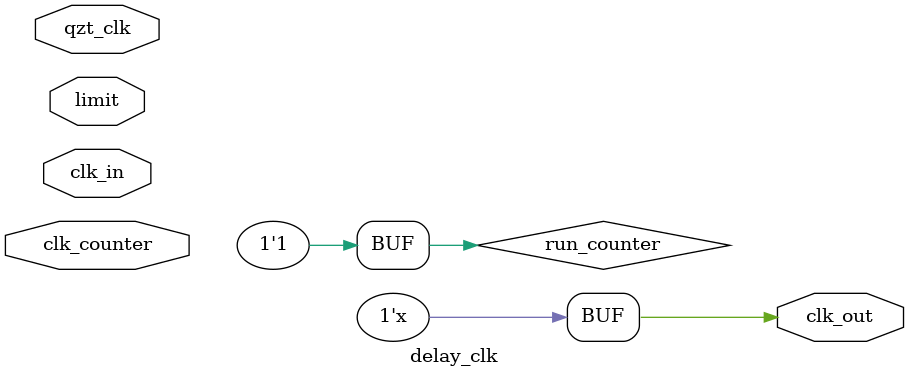
<source format=v>
module delay_clk(
		input qzt_clk,
		input clk_in,
		input clk_counter,
		input [7:0] limit,
		
		output reg clk_out
    );

reg run_counter=0;
wire w_counter;
initial begin
	clk_out=0;
end

always @ (clk_in) begin
	run_counter<=1;
end

always @ (qzt_clk) begin
	if (w_counter) begin
		run_counter<=0;
		clk_out=~clk_out;
	end
end

Module_Counter_8_bit_oneRun counter(
		.qzt_clk(~qzt_clk),
		.clk_in(clk_counter),
		.limit(limit),
		.run(run_counter),

		//out,
		.carry(w_counter)
		);

endmodule

</source>
